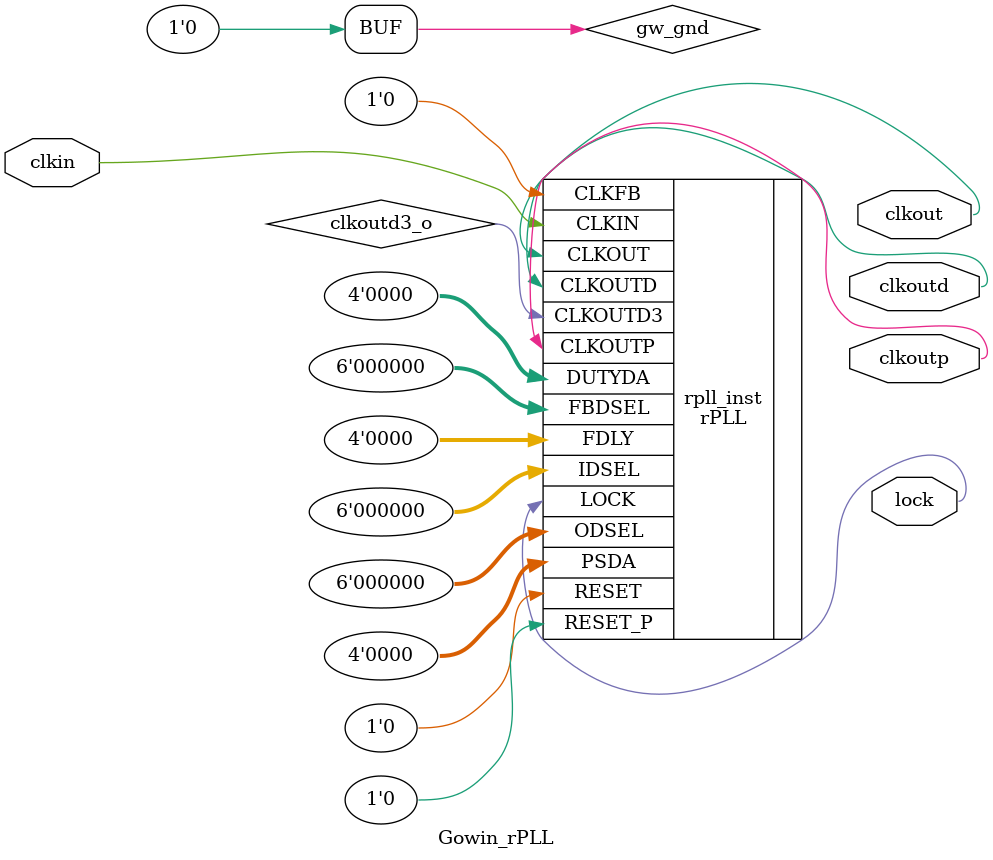
<source format=v>

module Gowin_rPLL (clkout, clkoutp, lock, clkoutd, clkin);

output clkout;
output clkoutp;
output lock;
output clkoutd;
input clkin;

wire clkoutd3_o;
wire gw_gnd;

assign gw_gnd = 1'b0;

rPLL rpll_inst (
    .CLKOUT(clkout),
    .LOCK(lock),
    .CLKOUTP(clkoutp),
    .CLKOUTD(clkoutd),
    .CLKOUTD3(clkoutd3_o),
    .RESET(gw_gnd),
    .RESET_P(gw_gnd),
    .CLKIN(clkin),
    .CLKFB(gw_gnd),
    .FBDSEL({gw_gnd,gw_gnd,gw_gnd,gw_gnd,gw_gnd,gw_gnd}),
    .IDSEL({gw_gnd,gw_gnd,gw_gnd,gw_gnd,gw_gnd,gw_gnd}),
    .ODSEL({gw_gnd,gw_gnd,gw_gnd,gw_gnd,gw_gnd,gw_gnd}),
    .PSDA({gw_gnd,gw_gnd,gw_gnd,gw_gnd}),
    .DUTYDA({gw_gnd,gw_gnd,gw_gnd,gw_gnd}),
    .FDLY({gw_gnd,gw_gnd,gw_gnd,gw_gnd})
);

// clkout @ 499.5 Mhz
//defparam rpll_inst.FBDIV_SEL = 36;
//defparam rpll_inst.IDIV_SEL = 1;
//defparam rpll_inst.ODIV_SEL = 2;

// clkout @ 398.25 Mhz
defparam rpll_inst.FBDIV_SEL = 58;
defparam rpll_inst.IDIV_SEL = 3;
defparam rpll_inst.ODIV_SEL = 2;

// clkoutd @ 1/4 * clkout
defparam rpll_inst.DYN_SDIV_SEL = 4;

defparam rpll_inst.FCLKIN = "27";
defparam rpll_inst.DYN_IDIV_SEL = "false";
defparam rpll_inst.DYN_FBDIV_SEL = "false";
defparam rpll_inst.DYN_ODIV_SEL = "false";
defparam rpll_inst.PSDA_SEL = "0100";
defparam rpll_inst.DYN_DA_EN = "false";
defparam rpll_inst.DUTYDA_SEL = "1000";
defparam rpll_inst.CLKOUT_FT_DIR = 1'b1;
defparam rpll_inst.CLKOUTP_FT_DIR = 1'b1;
defparam rpll_inst.CLKOUT_DLY_STEP = 0;
defparam rpll_inst.CLKOUTP_DLY_STEP = 0;
defparam rpll_inst.CLKFB_SEL = "internal";
defparam rpll_inst.CLKOUT_BYPASS = "false";
defparam rpll_inst.CLKOUTP_BYPASS = "false";
defparam rpll_inst.CLKOUTD_BYPASS = "false";
defparam rpll_inst.CLKOUTD_SRC = "CLKOUT";
defparam rpll_inst.CLKOUTD3_SRC = "CLKOUT";
defparam rpll_inst.DEVICE = "GW2A-18C";

endmodule //Gowin_rPLL

</source>
